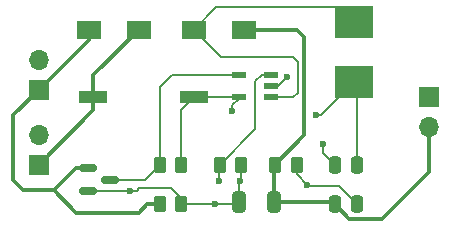
<source format=gbr>
%TF.GenerationSoftware,KiCad,Pcbnew,8.0.6*%
%TF.CreationDate,2024-11-26T14:09:56+01:00*%
%TF.ProjectId,Tiny Solar Supply,54696e79-2053-46f6-9c61-722053757070,rev?*%
%TF.SameCoordinates,Original*%
%TF.FileFunction,Copper,L1,Top*%
%TF.FilePolarity,Positive*%
%FSLAX46Y46*%
G04 Gerber Fmt 4.6, Leading zero omitted, Abs format (unit mm)*
G04 Created by KiCad (PCBNEW 8.0.6) date 2024-11-26 14:09:56*
%MOMM*%
%LPD*%
G01*
G04 APERTURE LIST*
G04 Aperture macros list*
%AMRoundRect*
0 Rectangle with rounded corners*
0 $1 Rounding radius*
0 $2 $3 $4 $5 $6 $7 $8 $9 X,Y pos of 4 corners*
0 Add a 4 corners polygon primitive as box body*
4,1,4,$2,$3,$4,$5,$6,$7,$8,$9,$2,$3,0*
0 Add four circle primitives for the rounded corners*
1,1,$1+$1,$2,$3*
1,1,$1+$1,$4,$5*
1,1,$1+$1,$6,$7*
1,1,$1+$1,$8,$9*
0 Add four rect primitives between the rounded corners*
20,1,$1+$1,$2,$3,$4,$5,0*
20,1,$1+$1,$4,$5,$6,$7,0*
20,1,$1+$1,$6,$7,$8,$9,0*
20,1,$1+$1,$8,$9,$2,$3,0*%
G04 Aperture macros list end*
%TA.AperFunction,SMDPad,CuDef*%
%ADD10RoundRect,0.250000X-0.250000X-0.475000X0.250000X-0.475000X0.250000X0.475000X-0.250000X0.475000X0*%
%TD*%
%TA.AperFunction,SMDPad,CuDef*%
%ADD11RoundRect,0.250000X-0.262500X-0.450000X0.262500X-0.450000X0.262500X0.450000X-0.262500X0.450000X0*%
%TD*%
%TA.AperFunction,SMDPad,CuDef*%
%ADD12RoundRect,0.250000X0.262500X0.450000X-0.262500X0.450000X-0.262500X-0.450000X0.262500X-0.450000X0*%
%TD*%
%TA.AperFunction,ComponentPad*%
%ADD13R,1.700000X1.700000*%
%TD*%
%TA.AperFunction,ComponentPad*%
%ADD14O,1.700000X1.700000*%
%TD*%
%TA.AperFunction,SMDPad,CuDef*%
%ADD15R,3.302000X2.667000*%
%TD*%
%TA.AperFunction,SMDPad,CuDef*%
%ADD16R,2.120000X1.500000*%
%TD*%
%TA.AperFunction,SMDPad,CuDef*%
%ADD17RoundRect,0.150000X-0.587500X-0.150000X0.587500X-0.150000X0.587500X0.150000X-0.587500X0.150000X0*%
%TD*%
%TA.AperFunction,SMDPad,CuDef*%
%ADD18R,1.181100X0.558800*%
%TD*%
%TA.AperFunction,SMDPad,CuDef*%
%ADD19RoundRect,0.250000X0.250000X0.475000X-0.250000X0.475000X-0.250000X-0.475000X0.250000X-0.475000X0*%
%TD*%
%TA.AperFunction,SMDPad,CuDef*%
%ADD20RoundRect,0.250000X0.325000X0.650000X-0.325000X0.650000X-0.325000X-0.650000X0.325000X-0.650000X0*%
%TD*%
%TA.AperFunction,SMDPad,CuDef*%
%ADD21R,2.440000X1.120000*%
%TD*%
%TA.AperFunction,ViaPad*%
%ADD22C,0.600000*%
%TD*%
%TA.AperFunction,Conductor*%
%ADD23C,0.200000*%
%TD*%
%TA.AperFunction,Conductor*%
%ADD24C,0.350000*%
%TD*%
G04 APERTURE END LIST*
D10*
%TO.P,C3,1*%
%TO.N,/OUT_P*%
X73345000Y-110025000D03*
%TO.P,C3,2*%
%TO.N,Net-(U1-FB)*%
X75245000Y-110025000D03*
%TD*%
D11*
%TO.P,R2,1*%
%TO.N,Net-(U1-FB)*%
X63580000Y-106680000D03*
%TO.P,R2,2*%
%TO.N,GNDD*%
X65405000Y-106680000D03*
%TD*%
D12*
%TO.P,R3,1*%
%TO.N,Net-(J3-Pin_1)*%
X60325000Y-106680000D03*
%TO.P,R3,2*%
%TO.N,Net-(Q1-D)*%
X58500000Y-106680000D03*
%TD*%
D13*
%TO.P,J4,1,Pin_1*%
%TO.N,/SOLAR_P*%
X48260000Y-100330000D03*
D14*
%TO.P,J4,2,Pin_2*%
%TO.N,GNDD*%
X48260000Y-97790000D03*
%TD*%
D15*
%TO.P,L1,1,1*%
%TO.N,Net-(U1-SW)*%
X74930000Y-94589600D03*
%TO.P,L1,2,2*%
%TO.N,Net-(J3-Pin_1)*%
X74930000Y-99720400D03*
%TD*%
D16*
%TO.P,D2,A*%
%TO.N,/SOLAR_P*%
X52495000Y-95250000D03*
%TO.P,D2,C*%
%TO.N,/BAT_P*%
X56725000Y-95250000D03*
%TD*%
D13*
%TO.P,J1,1,Pin_1*%
%TO.N,GNDD*%
X81350000Y-100960000D03*
D14*
%TO.P,J1,2,Pin_2*%
%TO.N,/OUT_P*%
X81350000Y-103500000D03*
%TD*%
D11*
%TO.P,R1,1*%
%TO.N,/OUT_P*%
X68302500Y-106680000D03*
%TO.P,R1,2*%
%TO.N,Net-(U1-FB)*%
X70127500Y-106680000D03*
%TD*%
%TO.P,R4,1*%
%TO.N,/SOLAR_P*%
X58500000Y-110055000D03*
%TO.P,R4,2*%
%TO.N,GNDD*%
X60325000Y-110055000D03*
%TD*%
D17*
%TO.P,Q1,1,G*%
%TO.N,/SOLAR_P*%
X52402500Y-107000000D03*
%TO.P,Q1,2,S*%
%TO.N,GNDD*%
X52402500Y-108900000D03*
%TO.P,Q1,3,D*%
%TO.N,Net-(Q1-D)*%
X54277500Y-107950000D03*
%TD*%
D18*
%TO.P,U1,1,SW*%
%TO.N,Net-(U1-SW)*%
X67945000Y-100960002D03*
%TO.P,U1,2,GND*%
%TO.N,GNDD*%
X67945000Y-100010001D03*
%TO.P,U1,3,FB*%
%TO.N,Net-(U1-FB)*%
X67945000Y-99060000D03*
%TO.P,U1,4,SHDN*%
%TO.N,Net-(Q1-D)*%
X65214500Y-99060000D03*
%TO.P,U1,5,VIN*%
%TO.N,Net-(J3-Pin_1)*%
X65214500Y-100960002D03*
%TD*%
D16*
%TO.P,D1,A*%
%TO.N,Net-(U1-SW)*%
X61385000Y-95250000D03*
%TO.P,D1,C*%
%TO.N,/OUT_P*%
X65615000Y-95250000D03*
%TD*%
D19*
%TO.P,C1,1*%
%TO.N,Net-(J3-Pin_1)*%
X75245000Y-106680000D03*
%TO.P,C1,2*%
%TO.N,GNDD*%
X73345000Y-106680000D03*
%TD*%
D13*
%TO.P,J2,1,Pin_1*%
%TO.N,/BAT_P*%
X48260000Y-106685000D03*
D14*
%TO.P,J2,2,Pin_2*%
%TO.N,GNDD*%
X48260000Y-104145000D03*
%TD*%
D20*
%TO.P,C2,1*%
%TO.N,/OUT_P*%
X68150000Y-109855000D03*
%TO.P,C2,2*%
%TO.N,GNDD*%
X65200000Y-109855000D03*
%TD*%
D21*
%TO.P,J3,1,Pin_1*%
%TO.N,Net-(J3-Pin_1)*%
X61455000Y-100965000D03*
%TO.P,J3,2,Pin_2*%
%TO.N,/BAT_P*%
X52845000Y-100965000D03*
%TD*%
D22*
%TO.N,GNDD*%
X63169800Y-110055000D03*
X69291200Y-99263200D03*
X55981600Y-108900000D03*
X65341500Y-108089700D03*
X72339200Y-104952800D03*
%TO.N,Net-(J3-Pin_1)*%
X64668400Y-102158800D03*
X71780400Y-102463600D03*
%TO.N,Net-(U1-FB)*%
X63500000Y-108102400D03*
X70993000Y-108381800D03*
%TD*%
D23*
%TO.N,GNDD*%
X65000000Y-110055000D02*
X65200000Y-109855000D01*
X65200000Y-108231200D02*
X65341500Y-108089700D01*
X63169800Y-110055000D02*
X65000000Y-110055000D01*
X65200000Y-109855000D02*
X65200000Y-108231200D01*
X72339200Y-105674200D02*
X72339200Y-104952800D01*
X55981600Y-108900000D02*
X56555600Y-108900000D01*
X60325000Y-109499400D02*
X60325000Y-110055000D01*
X52402500Y-108900000D02*
X55981600Y-108900000D01*
X65405000Y-108026200D02*
X65405000Y-106680000D01*
X68544399Y-100010001D02*
X69291200Y-99263200D01*
X56794400Y-108661200D02*
X59486800Y-108661200D01*
X73345000Y-106680000D02*
X72339200Y-105674200D01*
X60325000Y-110055000D02*
X63169800Y-110055000D01*
X59486800Y-108661200D02*
X60325000Y-109499400D01*
X65341500Y-108089700D02*
X65405000Y-108026200D01*
X67945000Y-100010001D02*
X68544399Y-100010001D01*
X56555600Y-108900000D02*
X56794400Y-108661200D01*
%TO.N,Net-(J3-Pin_1)*%
X65214500Y-100960002D02*
X61459998Y-100960002D01*
X64668400Y-101650800D02*
X65214500Y-101104700D01*
X61459998Y-100960002D02*
X61455000Y-100965000D01*
X71780400Y-102463600D02*
X72186800Y-102463600D01*
X64668400Y-102158800D02*
X64668400Y-101650800D01*
X75245000Y-106680000D02*
X75245000Y-100035400D01*
X60325000Y-102095000D02*
X61455000Y-100965000D01*
X75245000Y-100035400D02*
X74930000Y-99720400D01*
X72186800Y-102463600D02*
X74930000Y-99720400D01*
X65214500Y-101104700D02*
X65214500Y-100960002D01*
X60325000Y-106680000D02*
X60325000Y-102095000D01*
D24*
%TO.N,/OUT_P*%
X81350000Y-107270400D02*
X77368400Y-111252000D01*
X73175000Y-109855000D02*
X73345000Y-110025000D01*
X77368400Y-111252000D02*
X74572000Y-111252000D01*
X65615000Y-95250000D02*
X70104000Y-95250000D01*
X81350000Y-103500000D02*
X81350000Y-107270400D01*
X68150000Y-106832500D02*
X68302500Y-106680000D01*
X68150000Y-109855000D02*
X73175000Y-109855000D01*
X70764400Y-95910400D02*
X70764400Y-104218100D01*
X70764400Y-104218100D02*
X68302500Y-106680000D01*
X68150000Y-109855000D02*
X68150000Y-106832500D01*
X70104000Y-95250000D02*
X70764400Y-95910400D01*
X74572000Y-111252000D02*
X73345000Y-110025000D01*
D23*
%TO.N,Net-(U1-FB)*%
X70127500Y-107516300D02*
X70127500Y-106680000D01*
X71018400Y-108458000D02*
X71018400Y-108407200D01*
X63500000Y-106760000D02*
X63580000Y-106680000D01*
X63580000Y-106680000D02*
X66598800Y-103661200D01*
X70993000Y-108381800D02*
X70127500Y-107516300D01*
X73678000Y-108458000D02*
X71018400Y-108458000D01*
X63500000Y-108102400D02*
X63500000Y-106760000D01*
X71018400Y-108407200D02*
X70993000Y-108381800D01*
X66598800Y-103661200D02*
X66598800Y-99615650D01*
X66598800Y-99615650D02*
X67154450Y-99060000D01*
X67154450Y-99060000D02*
X67945000Y-99060000D01*
X75245000Y-110025000D02*
X73678000Y-108458000D01*
%TO.N,Net-(U1-SW)*%
X67945000Y-100960002D02*
X69829598Y-100960002D01*
X73660000Y-93319600D02*
X63315400Y-93319600D01*
X70205600Y-97993200D02*
X69799200Y-97586800D01*
X70205600Y-100584000D02*
X70205600Y-97993200D01*
X69799200Y-97586800D02*
X63721800Y-97586800D01*
X63315400Y-93319600D02*
X61385000Y-95250000D01*
X63721800Y-97586800D02*
X61385000Y-95250000D01*
X74930000Y-94589600D02*
X73660000Y-93319600D01*
X69829598Y-100960002D02*
X70205600Y-100584000D01*
D24*
%TO.N,/BAT_P*%
X52845000Y-99130000D02*
X56725000Y-95250000D01*
X52845000Y-102100000D02*
X52845000Y-100965000D01*
X52845000Y-100965000D02*
X52845000Y-99130000D01*
X48260000Y-106685000D02*
X52845000Y-102100000D01*
%TO.N,/SOLAR_P*%
X51445200Y-107000000D02*
X49580800Y-108864400D01*
X56743600Y-110744000D02*
X51460400Y-110744000D01*
X46939200Y-108864400D02*
X46075600Y-108000800D01*
X52402500Y-107000000D02*
X51445200Y-107000000D01*
X51460400Y-110744000D02*
X49580800Y-108864400D01*
X48260000Y-100330000D02*
X52495000Y-96095000D01*
X46075600Y-108000800D02*
X46075600Y-102514400D01*
X57432600Y-110055000D02*
X56743600Y-110744000D01*
X52495000Y-96095000D02*
X52495000Y-95250000D01*
X58500000Y-110055000D02*
X57432600Y-110055000D01*
X49580800Y-108864400D02*
X46939200Y-108864400D01*
X46075600Y-102514400D02*
X48260000Y-100330000D01*
D23*
%TO.N,Net-(Q1-D)*%
X58500000Y-106680000D02*
X58500000Y-100097600D01*
X57230000Y-107950000D02*
X58500000Y-106680000D01*
X58500000Y-100097600D02*
X59537600Y-99060000D01*
X54277500Y-107950000D02*
X57230000Y-107950000D01*
X59537600Y-99060000D02*
X65214500Y-99060000D01*
%TD*%
M02*

</source>
